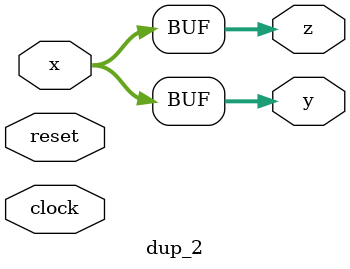
<source format=v>
module ADD(

    clock,
    reset,
    x,
    y,
    z);

input [15:0] x;
input [15:0] y;
output [15:0] z;
input clock;
input reset;
wire [15:0] x;
wire [15:0] y;
wire [15:0] z;
assign {z} = x + y;
endmodule //ADD

module C128(

    clock,
    reset,
    value);

output [15:0] value;
input clock;
input reset;
wire [15:0] value;
assign value = 128;
endmodule //C128

module C181(

    clock,
    reset,
    value);

output [15:0] value;
input clock;
input reset;
wire [15:0] value;
assign value = 181;
endmodule //C181

module C4(

    clock,
    reset,
    value);

output [15:0] value;
input clock;
input reset;
wire [15:0] value;
assign value = 4;
endmodule //C4

module C8192(

    clock,
    reset,
    value);

output [15:0] value;
input clock;
input reset;
wire [15:0] value;
assign value = 8192;
endmodule //C8192

module CLIP(

    clock,
    reset,
    x,
    z);

input [15:0] x;
output [15:0] z;
input clock;
input reset;
wire [15:0] x;
wire [15:0] z;
assign z = clip16(x);
function [15:0] clip16;
  input [15:0] in;
  begin
    if (in[15] == 1 && in[14:8] != 7'h7F)
      clip16 = 8'h80;
    else if (in[15] == 0 && in [14:8] != 0)
      clip16 = 8'h7F;
    else
      clip16 = in;
  end
endfunction
endmodule //CLIP

module IN(

    clock,
    reset,
    x);

output [15:0] x;
input clock;
input reset;
wire [15:0] x;
reg [15:0] state_0;
assign x = state_0[15:0];
endmodule //IN

module MUL(

    clock,
    reset,
    x,
    y,
    z);

input [15:0] x;
input [15:0] y;
output [15:0] z;
input clock;
input reset;
wire [15:0] x;
wire [15:0] y;
wire [15:0] z;
assign {z} = x * y;
endmodule //MUL

module OUT(

    clock,
    reset,
    x);

input [15:0] x;
input clock;
input reset;
wire [15:0] x;
endmodule //OUT

module SHL_11(

    clock,
    reset,
    x,
    z);

input [15:0] x;
output [15:0] z;
input clock;
input reset;
wire [15:0] x;
wire [15:0] z;
assign z = x << 11;
endmodule //SHL_11

module SHL_8(

    clock,
    reset,
    x,
    z);

input [15:0] x;
output [15:0] z;
input clock;
input reset;
wire [15:0] x;
wire [15:0] z;
assign z = x << 8;
endmodule //SHL_8

module SHR_14(

    clock,
    reset,
    x,
    z);

input [15:0] x;
output [15:0] z;
input clock;
input reset;
wire [15:0] x;
wire [15:0] z;
assign z = x >> 14;
endmodule //SHR_14

module SHR_3(

    clock,
    reset,
    x,
    z);

input [15:0] x;
output [15:0] z;
input clock;
input reset;
wire [15:0] x;
wire [15:0] z;
assign z = x >> 3;
endmodule //SHR_3

module SHR_8(

    clock,
    reset,
    x,
    z);

input [15:0] x;
output [15:0] z;
input clock;
input reset;
wire [15:0] x;
wire [15:0] z;
assign z = x >> 8;
endmodule //SHR_8

module SUB(

    clock,
    reset,
    x,
    y,
    z);

input [15:0] x;
input [15:0] y;
output [15:0] z;
input clock;
input reset;
wire [15:0] x;
wire [15:0] y;
wire [15:0] z;
assign {z} = x - y;
endmodule //SUB

module W1(

    clock,
    reset,
    value);

output [15:0] value;
input clock;
input reset;
wire [15:0] value;
assign value = 2841;
endmodule //W1

module W1_add_W7(

    clock,
    reset,
    value);

output [15:0] value;
input clock;
input reset;
wire [15:0] value;
assign value = (2841+565);
endmodule //W1_add_W7

module W1_sub_W7(

    clock,
    reset,
    value);

output [15:0] value;
input clock;
input reset;
wire [15:0] value;
assign value = (2841-565);
endmodule //W1_sub_W7

module W2(

    clock,
    reset,
    value);

output [15:0] value;
input clock;
input reset;
wire [15:0] value;
assign value = 2676;
endmodule //W2

module W2_add_W6(

    clock,
    reset,
    value);

output [15:0] value;
input clock;
input reset;
wire [15:0] value;
assign value = (2676+1108);
endmodule //W2_add_W6

module W2_sub_W6(

    clock,
    reset,
    value);

output [15:0] value;
input clock;
input reset;
wire [15:0] value;
assign value = (2676-1108);
endmodule //W2_sub_W6

module W3(

    clock,
    reset,
    value);

output [15:0] value;
input clock;
input reset;
wire [15:0] value;
assign value = 2408;
endmodule //W3

module W3_add_W5(

    clock,
    reset,
    value);

output [15:0] value;
input clock;
input reset;
wire [15:0] value;
assign value = (2408+1609);
endmodule //W3_add_W5

module W3_sub_W5(

    clock,
    reset,
    value);

output [15:0] value;
input clock;
input reset;
wire [15:0] value;
assign value = (2408-1609);
endmodule //W3_sub_W5

module W5(

    clock,
    reset,
    value);

output [15:0] value;
input clock;
input reset;
wire [15:0] value;
assign value = 1609;
endmodule //W5

module W6(

    clock,
    reset,
    value);

output [15:0] value;
input clock;
input reset;
wire [15:0] value;
assign value = 1108;
endmodule //W6

module W7(

    clock,
    reset,
    value);

output [15:0] value;
input clock;
input reset;
wire [15:0] value;
assign value = 565;
endmodule //W7

module delay_INT16_1(

    clock,
    reset,
    in,
    out);

input [15:0] in;
output [15:0] out;
input clock;
input reset;
wire [15:0] in;
wire [15:0] out;
reg [15:0] state_0;
reg [15:0] state_1;
reg [15:0] state_2;
always @(posedge clock) begin
state_0 <= {in};
state_1 <= {state_0[14:0], state_0[15]};
state_2 <= {state_1[14:0], state_1[15]};
end
assign out = state_0[15:0];
endmodule //delay_INT16_1

module delay_INT16_2(

    clock,
    reset,
    in,
    out);

input [15:0] in;
output [15:0] out;
input clock;
input reset;
wire [15:0] in;
wire [15:0] out;
reg [15:0] state_0;
reg [15:0] state_1;
reg [15:0] state_2;
always @(posedge clock) begin
state_0 <= {in};
state_1 <= {state_0[14:0], state_0[15]};
state_2 <= {state_1[14:0], state_1[15]};
end
assign out = state_0[15:0];
endmodule //delay_INT16_2

module delay_INT16_4(

    clock,
    reset,
    in,
    out);

input [15:0] in;
output [15:0] out;
input clock;
input reset;
wire [15:0] in;
wire [15:0] out;
reg [15:0] state_0;
reg [15:0] state_1;
reg [15:0] state_2;
always @(posedge clock) begin
state_0 <= {in};
state_1 <= {state_0[14:0], state_0[15]};
state_2 <= {state_1[14:0], state_1[15]};
end
assign out = state_0[15:0];
endmodule //delay_INT16_4

module delay_INT16_6(

    clock,
    reset,
    in,
    out);

input [15:0] in;
output [15:0] out;
input clock;
input reset;
wire [15:0] in;
wire [15:0] out;
reg [15:0] state_0;
reg [15:0] state_1;
reg [15:0] state_2;
always @(posedge clock) begin
state_0 <= {in};
state_1 <= {state_0[14:0], state_0[15]};
state_2 <= {state_1[14:0], state_1[15]};
end
assign out = state_0[15:0];
endmodule //delay_INT16_6

module dup_2(

    clock,
    reset,
    x,
    y,
    z);

input [15:0] x;
output [15:0] y;
output [15:0] z;
input clock;
input reset;
wire [15:0] x;
wire [15:0] y;
wire [15:0] z;
assign y = x;
assign z = x;
endmodule //dup_2


</source>
